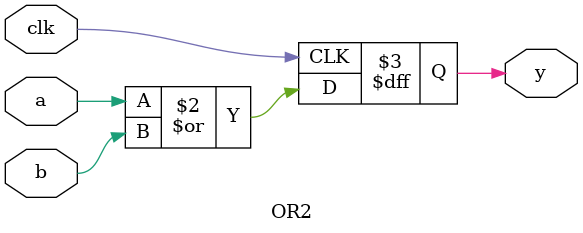
<source format=v>
module top_design( input [2:0] in, output y, input clk);

    //wire nx1, nx2, nx3; // ~x1, ~x2, ~x3
    wire and1_out, and2_out; // and1: ~X1 & X2 & ~X3  and2: X1 & ~X2 & X3

    //NOT1 INV1(.a(in[2]), .y(nx1), .clk(clk));  // X1
    //NOT1 INV2(.a(in[1]), .y(nx2), .clk(clk));  // X2
    //NOT1 INV3(.a(in[0]), .y(nx3), .clk(clk));  // X3

    // and1: ~X1 & X2 & ~X3
    AND3 AND1( .a(~in[2]), .b(in[1]), .c(~in[0]), .y(and1_out), .clk(clk));

    // and2: X1 & ~X2 & X3
    AND3 AND2(.a(in[2]), .b(~in[1]), .c(in[0]), .y(and2_out), .clk(clk));

    // y = and1_out | and2_out
    OR2 OR1(.a(and1_out), .b(and2_out), .y(y), .clk(clk));

endmodule

// NOT gate
module NOT1(input a, output reg y, input clk);
    always @(posedge clk) begin
        y = ~a;
    end 
endmodule

// AND gate with 3 inputs
module AND3(input a, input b, input c, output reg y, input clk);
    always @(posedge clk) begin
            y <= a & b & c ;
        end
endmodule

// OR gate with 2 inputs
module OR2(input a, input b, output reg y, input clk);
    always @(posedge clk) begin
            y <= a | b; 
        end
endmodule



</source>
